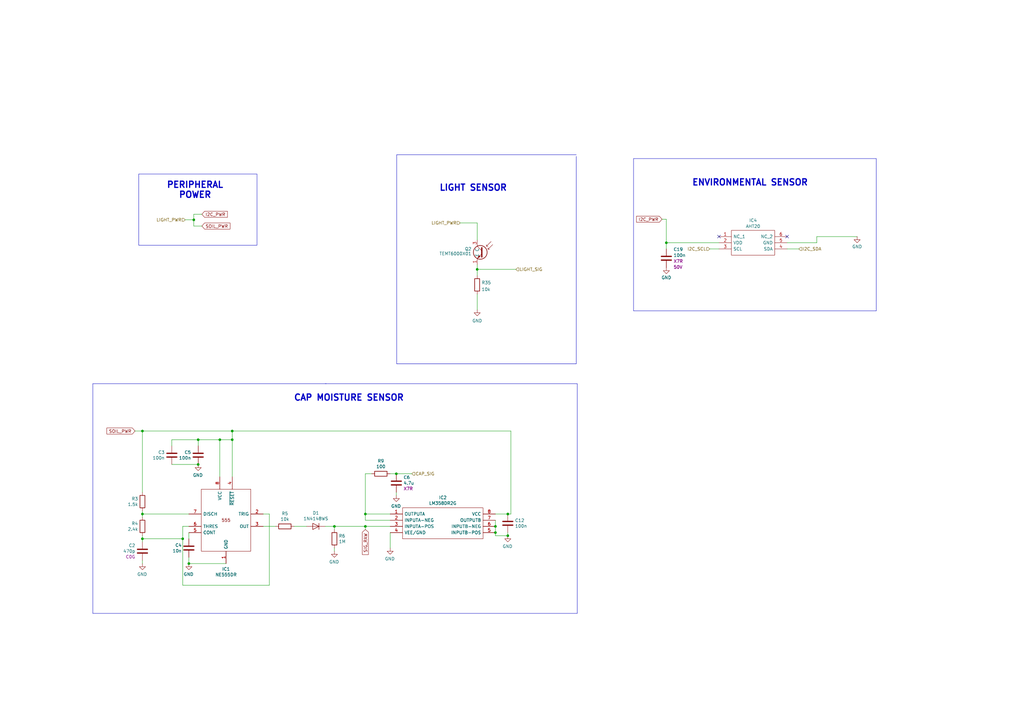
<source format=kicad_sch>
(kicad_sch (version 20231120) (generator "eeschema") (generator_version "8.0")
  (paper "A3")
  (title_block (title "Plant Bot") (date "2025-04-27") (rev "G"))
  (lib_symbols
    (symbol "100n_1" (pin_numbers hide) (pin_names (offset 0.254))
      (property "Reference" "C" (at 3.175 3.175 0))
      (property "Value" "100n" (at 3.175 1.27 0))
      (property "Type" "X7R" (at 5.08 -3.175 0))
      (property "Voltage" "50V" (at 5.08 -1.27 0))
      (symbol "100n_1_0_1"
        (polyline (pts (xy -2.032 -0.762) (xy 2.032 -0.762)) (stroke (width 0.508)))
        (polyline (pts (xy -2.032 0.762) (xy 2.032 0.762)) (stroke (width 0.508)))
      )
      (symbol "100n_1_1_1"
        (pin passive line (at 0 3.81 270) (length 2.794) (name "~") (number "1"))
        (pin passive line (at 0 -3.81 90) (length 2.794) (name "~") (number "2"))
      )
    )
    (symbol "Capacitor_JLC:100n" (pin_numbers hide) (pin_names (offset 0.254))
      (property "Reference" "C" (at 0.635 2.54 0))
      (property "Value" "100n" (at 0.635 -2.54 0))
      (symbol "100n_0_1"
        (polyline (pts (xy -2.032 -0.762) (xy 2.032 -0.762)) (stroke (width 0.508)))
        (polyline (pts (xy -2.032 0.762) (xy 2.032 0.762)) (stroke (width 0.508)))
      )
      (symbol "100n_1_1"
        (pin passive line (at 0 3.81 270) (length 2.794) (name "~") (number "1"))
        (pin passive line (at 0 -3.81 90) (length 2.794) (name "~") (number "2"))
      )
    )
    (symbol "Capacitor_JLC:10n" (pin_numbers hide) (pin_names (offset 0.254))
      (property "Reference" "C" (at 0.635 2.54 0))
      (property "Value" "10n" (at 0.635 -2.54 0))
      (symbol "10n_0_1"
        (polyline (pts (xy -2.032 -0.762) (xy 2.032 -0.762)) (stroke (width 0.508)))
        (polyline (pts (xy -2.032 0.762) (xy 2.032 0.762)) (stroke (width 0.508)))
      )
      (symbol "10n_1_1"
        (pin passive line (at 0 3.81 270) (length 2.794) (name "~") (number "1"))
        (pin passive line (at 0 -3.81 90) (length 2.794) (name "~") (number "2"))
      )
    )
    (symbol "Capacitor_JLC:4.7u" (pin_numbers hide) (pin_names (offset 0.254))
      (property "Reference" "C" (at 0.635 2.54 0))
      (property "Value" "4.7u" (at 0.635 -2.54 0))
      (property "Type" "X7R" (at 0 0 0))
      (symbol "4.7u_0_1"
        (polyline (pts (xy -2.032 -0.762) (xy 2.032 -0.762)) (stroke (width 0.508)))
        (polyline (pts (xy -2.032 0.762) (xy 2.032 0.762)) (stroke (width 0.508)))
      )
      (symbol "4.7u_1_1"
        (pin passive line (at 0 3.81 270) (length 2.794) (name "~") (number "1"))
        (pin passive line (at 0 -3.81 90) (length 2.794) (name "~") (number "2"))
      )
    )
    (symbol "Capacitor_JLC:470p" (pin_numbers hide) (pin_names (offset 0.254))
      (property "Reference" "C" (at 0.635 2.54 0))
      (property "Value" "470p" (at 0.635 -2.54 0))
      (property "Type" "C0G" (at 0 0 0))
      (symbol "470p_0_1"
        (polyline (pts (xy -2.032 -0.762) (xy 2.032 -0.762)) (stroke (width 0.508)))
        (polyline (pts (xy -2.032 0.762) (xy 2.032 0.762)) (stroke (width 0.508)))
      )
      (symbol "470p_1_1"
        (pin passive line (at 0 3.81 270) (length 2.794) (name "~") (number "1"))
        (pin passive line (at 0 -3.81 90) (length 2.794) (name "~") (number "2"))
      )
    )
    (symbol "Diode_JLC:1N4148WS" (pin_numbers hide) (pin_names (offset 1.016) hide)
      (property "Reference" "D" (at 0 2.54 0))
      (property "Value" "1N4148WS" (at 0 -2.54 0))
      (symbol "1N4148WS_0_1"
        (polyline (pts (xy -1.27 1.27) (xy -1.27 -1.27)) (stroke (width 0.2032)))
        (polyline (pts (xy 1.27 0) (xy -1.27 0)))
        (polyline (pts (xy 1.27 1.27) (xy 1.27 -1.27) (xy -1.27 0) (xy 1.27 1.27)) (stroke (width 0.2032)))
      )
      (symbol "1N4148WS_1_1"
        (pin passive line (at -3.81 0 0) (length 2.54) (name "K") (number "1"))
        (pin passive line (at 3.81 0 180) (length 2.54) (name "A") (number "2"))
      )
    )
    (symbol "GND_1" (power) (pin_numbers hide) (pin_names (offset 0) hide)
      (property "Value" "GND" (at 0 -3.81 0))
      (symbol "GND_1_0_1"
        (polyline (pts (xy 0 0) (xy 0 -1.27) (xy 1.27 -1.27) (xy 0 -2.54) (xy -1.27 -1.27) (xy 0 -1.27)))
      )
      (symbol "GND_1_1_1"
        (pin power_in line (at 0 0 270) (length 0) (name "~") (number "1"))
      )
    )
    (symbol "GND_2" (power) (pin_numbers hide) (pin_names (offset 0) hide)
      (property "Value" "GND" (at 0 -3.81 0))
      (symbol "GND_2_0_1"
        (polyline (pts (xy 0 0) (xy 0 -1.27) (xy 1.27 -1.27) (xy 0 -2.54) (xy -1.27 -1.27) (xy 0 -1.27)))
      )
      (symbol "GND_2_1_1"
        (pin power_in line (at 0 0 270) (length 0) (name "~") (number "1"))
      )
    )
    (symbol "Misc_JLC:NE555DR" (pin_names (offset 0.762))
      (property "Reference" "IC" (at 25.4 17.78 0))
      (property "Value" "NE555DR" (at 25.4 15.24 0))
      (symbol "NE555DR_0_0"
        (pin power_in line (at 15.24 -20.32 90) (length 5.08) (name "GND") (number "1"))
        (pin input line (at 0 0 0) (length 5.08) (name "TRIG") (number "2"))
        (pin output line (at 0 -5.08 0) (length 5.08) (name "OUT") (number "3"))
        (pin input line (at 12.7 15.24 270) (length 5.08) (name "~{RESET}") (number "4"))
        (pin bidirectional line (at 30.48 -7.62 180) (length 5.08) (name "CONT") (number "5"))
        (pin input line (at 30.48 -5.08 180) (length 5.08) (name "THRES") (number "6"))
        (pin output line (at 30.48 0 180) (length 5.08) (name "DISCH") (number "7"))
        (pin power_in line (at 17.78 15.24 270) (length 5.08) (name "VCC") (number "8"))
      )
      (symbol "NE555DR_0_1"
        (polyline (pts (xy 5.08 10.16) (xy 25.4 10.16) (xy 25.4 -15.24) (xy 5.08 -15.24) (xy 5.08 10.16)) (stroke (width 0.1524)))
        (text "555" (at 15.24 -2.54 0) (effects (font (size 1.27 1.27))))
      )
    )
    (symbol "Power-Drivers_JLC:LM358DR2G" (pin_names (offset 0.762))
      (property "Reference" "IC" (at 39.37 7.62 0))
      (property "Value" "LM358DR2G" (at 39.37 5.08 0))
      (symbol "LM358DR2G_0_0"
        (pin output line (at 0 0 0) (length 5.08) (name "OUTPUTA") (number "1"))
        (pin input line (at 0 -2.54 0) (length 5.08) (name "INPUTA-NEG") (number "2"))
        (pin input line (at 0 -5.08 0) (length 5.08) (name "INPUTA-POS") (number "3"))
        (pin power_in line (at 0 -7.62 0) (length 5.08) (name "VEE/GND") (number "4"))
        (pin input line (at 43.18 -7.62 180) (length 5.08) (name "INPUTB-POS") (number "5"))
        (pin input line (at 43.18 -5.08 180) (length 5.08) (name "INPUTB-NEG") (number "6"))
        (pin output line (at 43.18 -2.54 180) (length 5.08) (name "OUTPUTB") (number "7"))
        (pin power_in line (at 43.18 0 180) (length 5.08) (name "VCC") (number "8"))
      )
      (symbol "LM358DR2G_0_1"
        (polyline (pts (xy 5.08 2.54) (xy 38.1 2.54) (xy 38.1 -10.16) (xy 5.08 -10.16) (xy 5.08 2.54)) (stroke (width 0.1524)))
      )
    )
    (symbol "Resistor_JLC:1.5k" (pin_numbers hide) (pin_names (offset 0))
      (property "Reference" "R" (at 2.032 0 90))
      (property "Value" "1.5k" (at 0 0 90))
      (symbol "1.5k_0_1"
        (rectangle (start -1.016 -2.54) (end 1.016 2.54) (stroke (width 0.254)))
      )
      (symbol "1.5k_1_1"
        (pin passive line (at 0 3.81 270) (length 1.27) (name "~") (number "1"))
        (pin passive line (at 0 -3.81 90) (length 1.27) (name "~") (number "2"))
      )
    )
    (symbol "Resistor_JLC:100" (pin_numbers hide) (pin_names (offset 0))
      (property "Reference" "R" (at 2.032 0 90))
      (property "Value" "100" (at 0 0 90))
      (symbol "100_0_1"
        (rectangle (start -1.016 -2.54) (end 1.016 2.54) (stroke (width 0.254)))
      )
      (symbol "100_1_1"
        (pin passive line (at 0 3.81 270) (length 1.27) (name "~") (number "1"))
        (pin passive line (at 0 -3.81 90) (length 1.27) (name "~") (number "2"))
      )
    )
    (symbol "Resistor_JLC:10k" (pin_numbers hide) (pin_names (offset 0))
      (property "Reference" "R" (at 2.032 0 90))
      (property "Value" "10k" (at 0 0 90))
      (symbol "10k_0_1"
        (rectangle (start -1.016 -2.54) (end 1.016 2.54) (stroke (width 0.254)))
      )
      (symbol "10k_1_1"
        (pin passive line (at 0 3.81 270) (length 1.27) (name "~") (number "1"))
        (pin passive line (at 0 -3.81 90) (length 1.27) (name "~") (number "2"))
      )
    )
    (symbol "Resistor_JLC:1M" (pin_numbers hide) (pin_names (offset 0))
      (property "Reference" "R" (at 2.032 0 90))
      (property "Value" "1M" (at 0 0 90))
      (symbol "1M_0_1"
        (rectangle (start -1.016 -2.54) (end 1.016 2.54) (stroke (width 0.254)))
      )
      (symbol "1M_1_1"
        (pin passive line (at 0 3.81 270) (length 1.27) (name "~") (number "1"))
        (pin passive line (at 0 -3.81 90) (length 1.27) (name "~") (number "2"))
      )
    )
    (symbol "Resistor_JLC:2.4k" (pin_numbers hide) (pin_names (offset 0))
      (property "Reference" "R" (at 2.032 0 90))
      (property "Value" "2.4k" (at 0 0 90))
      (symbol "2.4k_0_1"
        (rectangle (start -1.016 -2.54) (end 1.016 2.54) (stroke (width 0.254)))
      )
      (symbol "2.4k_1_1"
        (pin passive line (at 0 3.81 270) (length 1.27) (name "~") (number "1"))
        (pin passive line (at 0 -3.81 90) (length 1.27) (name "~") (number "2"))
      )
    )
    (symbol "Sensors_JLC:AHT20" (pin_names (offset 0.762))
      (property "Reference" "IC" (at 24.13 7.62 0))
      (property "Value" "AHT20" (at 24.13 5.08 0))
      (symbol "AHT20_0_0"
        (pin passive line (at 0 0 0) (length 5.08) (name "NC_1") (number "1"))
        (pin passive line (at 0 -2.54 0) (length 5.08) (name "VDD") (number "2"))
        (pin passive line (at 0 -5.08 0) (length 5.08) (name "SCL") (number "3"))
        (pin passive line (at 27.94 -5.08 180) (length 5.08) (name "SDA") (number "4"))
        (pin passive line (at 27.94 -2.54 180) (length 5.08) (name "GND") (number "5"))
        (pin passive line (at 27.94 0 180) (length 5.08) (name "NC_2") (number "6"))
      )
      (symbol "AHT20_0_1"
        (polyline (pts (xy 5.08 2.54) (xy 22.86 2.54) (xy 22.86 -7.62) (xy 5.08 -7.62) (xy 5.08 2.54)) (stroke (width 0.1524)))
      )
    )
    (symbol "Transistor_JLC:TEMT6000X01" (pin_names (offset 0.762))
      (property "Reference" "Q" (at 10.16 33.655 0))
      (property "Value" "TEMT6000X01" (at 10.16 31.115 0))
      (symbol "TEMT6000X01_0_1"
        (circle (center -1.27 5.08) (radius 2.8194) (stroke (width 0.254)))
        (polyline (pts (xy -4.445 6.35) (xy -5.08 6.35)))
        (polyline (pts (xy -3.81 7.62) (xy -4.445 7.62)))
        (polyline (pts (xy -1.905 5.715) (xy 0 7.62)))
        (polyline (pts (xy -6.35 8.255) (xy -4.445 6.35) (xy -4.445 6.985)))
        (polyline (pts (xy -5.715 9.525) (xy -3.81 7.62) (xy -3.81 8.255)))
        (polyline (pts (xy -1.905 4.445) (xy 0 2.54) (xy 0 2.54)))
        (polyline (pts (xy -1.905 6.985) (xy -1.905 3.175) (xy -1.905 3.175)) (stroke (width 0.508)))
        (polyline (pts (xy -1.27 3.302) (xy -0.762 3.81) (xy -0.254 2.794) (xy -1.27 3.302) (xy -1.27 3.302)) (fill (type outline)))
      )
      (symbol "TEMT6000X01_1_1"
        (pin passive line (at 0 0 90) (length 2.54) (name "E") (number "1"))
        (pin passive line (at 0 0 90) (length 2.54) hide (name "E") (number "2"))
        (pin passive line (at 0 10.16 270) (length 2.54) (name "C") (number "3"))
      )
    )
    (symbol "power:GND" (power) (pin_names (offset 0))
      (property "Value" "GND" (at 0 -3.81 0))
      (symbol "GND_0_1"
        (polyline (pts (xy 0 0) (xy 0 -1.27) (xy 1.27 -1.27) (xy 0 -2.54) (xy -1.27 -1.27) (xy 0 -1.27)))
      )
      (symbol "GND_1_1"
        (pin power_in line (at 0 0 270) (length 0) hide (name "GND") (number "1"))
      )
    )
  )
  (junction (at 58.42 176.784))
  (junction (at 95.25 180.34))
  (junction (at 162.56 194.31))
  (junction (at 77.47 231.14))
  (junction (at 58.42 220.98))
  (junction (at 58.42 210.82))
  (junction (at 81.28 180.34))
  (junction (at 203.2 215.9))
  (junction (at 81.28 190.5))
  (junction (at 208.28 210.82))
  (junction (at 149.86 210.82))
  (junction (at 208.28 219.71))
  (junction (at 74.93 220.98))
  (junction (at 79.502 90.17))
  (junction (at 90.17 180.34))
  (junction (at 203.2 218.44))
  (junction (at 137.16 215.9))
  (junction (at 149.86 215.9))
  (junction (at 95.25 176.784))
  (junction (at 195.707 110.49))
  (junction (at 273.304 99.568))
  (no_connect (at 322.834 97.028))
  (no_connect (at 294.894 97.028))
  (wire (pts (xy 95.25 180.34) (xy 95.25 195.58)))
  (wire (pts (xy 92.71 231.14) (xy 77.47 231.14)))
  (wire (pts (xy 162.56 201.93) (xy 162.56 203.2)))
  (wire (pts (xy 137.16 215.9) (xy 133.35 215.9)))
  (wire (pts (xy 137.16 215.9) (xy 149.86 215.9)))
  (wire (pts (xy 79.502 87.884) (xy 82.804 87.884)))
  (wire (pts (xy 95.25 176.784) (xy 95.25 180.34)))
  (wire (pts (xy 120.65 215.9) (xy 125.73 215.9)))
  (wire (pts (xy 74.93 220.98) (xy 74.93 240.03)))
  (wire (pts (xy 203.2 213.36) (xy 203.2 215.9)))
  (wire (pts (xy 77.47 210.82) (xy 58.42 210.82)))
  (wire (pts (xy 149.86 215.9) (xy 160.02 215.9)))
  (wire (pts (xy 195.707 108.585) (xy 195.707 110.49)))
  (wire (pts (xy 291.084 102.108) (xy 294.894 102.108)))
  (wire (pts (xy 75.946 90.17) (xy 79.502 90.17)))
  (wire (pts (xy 273.304 89.916) (xy 273.304 99.568)))
  (wire (pts (xy 58.42 229.87) (xy 58.42 231.14)))
  (wire (pts (xy 149.86 194.31) (xy 152.4 194.31)))
  (wire (pts (xy 82.804 92.71) (xy 79.502 92.71)))
  (wire (pts (xy 70.485 180.34) (xy 81.28 180.34)))
  (wire (pts (xy 195.707 120.65) (xy 195.707 127)))
  (polyline (pts (xy 133.35 157.353) (xy 236.728 157.353)))
  (wire (pts (xy 70.485 190.5) (xy 81.28 190.5)))
  (wire (pts (xy 273.304 99.568) (xy 273.304 102.108)))
  (polyline (pts (xy 162.687 63.5) (xy 236.347 63.5)))
  (wire (pts (xy 58.42 220.98) (xy 58.42 222.25)))
  (wire (pts (xy 294.894 99.568) (xy 273.304 99.568)))
  (wire (pts (xy 335.026 97.028) (xy 351.536 97.028)))
  (wire (pts (xy 90.17 195.58) (xy 90.17 180.34)))
  (wire (pts (xy 58.42 209.55) (xy 58.42 210.82)))
  (wire (pts (xy 58.42 210.82) (xy 58.42 212.09)))
  (wire (pts (xy 107.95 210.82) (xy 110.49 210.82)))
  (wire (pts (xy 203.2 218.44) (xy 203.2 219.71)))
  (wire (pts (xy 203.2 210.82) (xy 208.28 210.82)))
  (polyline (pts (xy 236.728 251.587) (xy 38.1 251.587)))
  (wire (pts (xy 95.25 176.784) (xy 209.55 176.784)))
  (polyline (pts (xy 236.347 64.135) (xy 236.347 149.225)))
  (polyline (pts (xy 236.728 157.353) (xy 236.728 251.587)))
  (wire (pts (xy 149.86 210.82) (xy 160.02 210.82)))
  (polyline (pts (xy 38.1 157.353) (xy 133.858 157.353)))
  (wire (pts (xy 77.47 218.44) (xy 77.47 220.98)))
  (wire (pts (xy 322.834 99.568) (xy 335.026 99.568)))
  (wire (pts (xy 70.485 180.34) (xy 70.485 182.88)))
  (wire (pts (xy 149.86 215.9) (xy 149.86 217.17)))
  (polyline (pts (xy 38.1 251.587) (xy 38.1 157.353)))
  (wire (pts (xy 137.16 215.9) (xy 137.16 217.17)))
  (wire (pts (xy 195.707 91.44) (xy 195.707 98.425)))
  (polyline (pts (xy 162.687 149.225) (xy 162.687 63.5)))
  (wire (pts (xy 79.502 90.17) (xy 79.502 87.884)))
  (wire (pts (xy 79.502 92.71) (xy 79.502 90.17)))
  (wire (pts (xy 203.2 219.71) (xy 208.28 219.71)))
  (wire (pts (xy 137.16 226.06) (xy 137.16 224.79)))
  (wire (pts (xy 74.93 215.9) (xy 74.93 220.98)))
  (wire (pts (xy 208.28 218.44) (xy 208.28 219.71)))
  (wire (pts (xy 322.834 102.108) (xy 327.66 102.108)))
  (wire (pts (xy 188.722 91.44) (xy 195.707 91.44)))
  (wire (pts (xy 58.42 176.784) (xy 58.42 201.93)))
  (wire (pts (xy 74.93 215.9) (xy 77.47 215.9)))
  (wire (pts (xy 77.47 231.14) (xy 77.47 228.6)))
  (wire (pts (xy 110.49 240.03) (xy 74.93 240.03)))
  (polyline (pts (xy 236.347 149.225) (xy 162.687 149.225)))
  (wire (pts (xy 110.49 210.82) (xy 110.49 240.03)))
  (wire (pts (xy 195.707 110.49) (xy 211.582 110.49)))
  (wire (pts (xy 162.56 194.31) (xy 168.91 194.31)))
  (wire (pts (xy 335.026 99.568) (xy 335.026 97.028)))
  (wire (pts (xy 271.526 89.916) (xy 273.304 89.916)))
  (wire (pts (xy 149.86 213.36) (xy 149.86 210.82)))
  (wire (pts (xy 81.28 180.34) (xy 81.28 182.88)))
  (wire (pts (xy 209.55 210.82) (xy 209.55 176.784)))
  (wire (pts (xy 149.86 194.31) (xy 149.86 210.82)))
  (wire (pts (xy 58.42 176.784) (xy 95.25 176.784)))
  (wire (pts (xy 90.17 180.34) (xy 95.25 180.34)))
  (wire (pts (xy 160.02 194.31) (xy 162.56 194.31)))
  (wire (pts (xy 160.02 218.44) (xy 160.02 224.79)))
  (wire (pts (xy 58.42 220.98) (xy 74.93 220.98)))
  (wire (pts (xy 58.42 219.71) (xy 58.42 220.98)))
  (wire (pts (xy 81.28 180.34) (xy 90.17 180.34)))
  (wire (pts (xy 149.86 213.36) (xy 160.02 213.36)))
  (wire (pts (xy 195.707 110.49) (xy 195.707 113.03)))
  (wire (pts (xy 55.372 176.784) (xy 58.42 176.784)))
  (wire (pts (xy 107.95 215.9) (xy 113.03 215.9)))
  (wire (pts (xy 203.2 215.9) (xy 203.2 218.44)))
  (wire (pts (xy 208.28 210.82) (xy 209.55 210.82)))
  (rectangle (start 56.896 71.374) (end 105.41 100.584))
  (rectangle (start 259.842 65.024) (end 359.41 127.508))
  (text "ENVIRONMENTAL SENSOR" (at 283.718 76.454 0) (effects (font (size 2.54 2.54) (thickness 0.508) (bold yes)) (justify left bottom)))
  (text "CAP MOISTURE SENSOR" (at 120.396 164.719 0) (effects (font (size 2.54 2.54) (thickness 0.508) (bold yes)) (justify left bottom)))
  (text "PERIPHERAL\nPOWER" (at 80.01 81.534 0) (effects (font (size 2.54 2.54) (thickness 0.508) (bold yes)) (justify bottom)))
  (text "LIGHT SENSOR" (at 180.0971 78.6112 0) (effects (font (size 2.54 2.54) (thickness 0.508) (bold yes)) (justify left bottom)))
  (global_label "SIG_RAW" (shape input) (at 149.86 217.17 270) (property "Intersheetrefs" "${INTERSHEET_REFS}" (effects (hide yes))))
  (global_label "I2C_PWR" (shape input) (at 82.804 87.884 0) (property "Intersheetrefs" "${INTERSHEET_REFS}" (effects (hide yes))))
  (global_label "I2C_PWR" (shape input) (at 271.526 89.916 180) (property "Intersheetrefs" "${INTERSHEET_REFS}" (effects (hide yes))))
  (global_label "SOIL_PWR" (shape input) (at 55.372 176.784 180) (property "Intersheetrefs" "${INTERSHEET_REFS}" (effects (hide yes))))
  (global_label "SOIL_PWR" (shape input) (at 82.804 92.71 0) (property "Intersheetrefs" "${INTERSHEET_REFS}" (effects (hide yes))))
  (hierarchical_label "LIGHT_SIG" (shape input) (at 211.582 110.49 0))
  (hierarchical_label "LIGHT_PWR" (shape input) (at 188.722 91.44 180))
  (hierarchical_label "I2C_SDA" (shape input) (at 327.66 102.108 0))
  (hierarchical_label "LIGHT_PWR" (shape input) (at 75.946 90.17 180))
  (hierarchical_label "CAP_SIG" (shape input) (at 168.91 194.31 0))
  (hierarchical_label "I2C_SCL" (shape input) (at 291.084 102.108 180))
  (symbol (lib_id "power:GND") (at 137.16 226.06 0) (mirror y) (unit 1)
    (property "Reference" "#PWR032" (effects (hide yes)))
    (property "Value" "GND" (at 137.033 230.4542 0))
  )
  (symbol (lib_id "Resistor_JLC:1M") (at 137.16 220.98 0) (unit 1)
    (property "Reference" "R6" (at 138.938 219.8116 0) (effects (justify left)))
    (property "Value" "1M" (at 138.938 222.123 0) (effects (justify left)))
    (property "Footprint" "Resistor_SMD:R_0402_1005Metric" (effects (hide yes)))
    (property "LCSC" "C26083" (effects (hide yes)))
  )
  (symbol (lib_id "Resistor_JLC:10k") (at 195.707 116.84 0) (unit 1)
    (property "Reference" "R35" (at 197.485 115.9315 0) (effects (justify left)))
    (property "Value" "10k" (at 197.485 118.7066 0) (effects (justify left)))
    (property "Footprint" "Resistor_SMD:R_0402_1005Metric" (effects (hide yes)))
    (property "LCSC" "C25744" (effects (hide yes)))
  )
  (symbol (lib_name "100n_1") (lib_id "Capacitor_JLC:100n") (at 273.304 105.918 0) (unit 1)
    (property "Reference" "C19" (at 276.225 102.2815 0) (effects (justify left)))
    (property "Value" "100n" (at 276.225 104.7058 0) (effects (justify left)))
    (property "Footprint" "Capacitor_SMD:C_0402_1005Metric" (effects (hide yes)))
    (property "Description" "Unpolarized capacitor" (effects (hide yes)))
    (property "Type" "X7R" (at 276.225 107.1301 0) (effects (justify left)))
    (property "LCSC" "C307331" (effects (hide yes)))
    (property "Voltage" "50V" (at 276.225 109.5544 0) (effects (justify left)))
  )
  (symbol (lib_id "Transistor_JLC:TEMT6000X01") (at 195.707 108.585 0) (mirror y) (unit 1)
    (property "Reference" "Q2" (at 193.3956 102.112 0) (effects (justify left)))
    (property "Value" "TEMT6000X01" (at 193.3956 104.033 0) (effects (justify left)))
    (property "Footprint" "TEMT6000X01" (effects (hide yes)))
    (property "Datasheet" "https://www.vishay.com/docs/81579/temt6000.pdf" (effects (hide yes)))
    (property "Description" "Ambient Light Sensor 570nm SMD3 Vishay TEMT6000X01 +/-60  Visible Light Phototransistor, Surface Mount 3-Pin 1206 package" (effects (hide yes)))
    (property "Manufacturer_Name" "Vishay" (effects (hide yes)))
    (property "Manufacturer_Part_Number" "TEMT6000X01" (effects (hide yes)))
    (property "Mouser Part Number" "78-TEMT6000" (effects (hide yes)))
    (property "Mouser Price/Stock" "https://www.mouser.co.uk/ProductDetail/Vishay-Semiconductors/TEMT6000X01?qs=%2Fjqivxn91ccZGXDwz0wGxg%3D%3D" (effects (hide yes)))
    (property "Arrow Part Number" "TEMT6000X01" (effects (hide yes)))
    (property "Arrow Price/Stock" "https://www.arrow.com/en/products/temt6000x01/vishay?region=nac" (effects (hide yes)))
    (property "LCSC" "C94098" (effects (hide yes)))
  )
  (symbol (lib_id "Diode_JLC:1N4148WS") (at 129.54 215.9 180) (unit 1)
    (property "Reference" "D1" (at 129.54 210.4136 0))
    (property "Value" "1N4148WS" (at 129.54 212.725 0))
    (property "Footprint" "Diode_SMD:D_SOD-323F" (effects (hide yes)))
    (property "LCSC" "C2128" (effects (hide yes)))
  )
  (symbol (lib_id "Resistor_JLC:100") (at 156.21 194.31 90) (unit 1)
    (property "Reference" "R9" (at 156.21 189.0522 90))
    (property "Value" "100" (at 156.21 191.3636 90))
    (property "Footprint" "Resistor_SMD:R_0402_1005Metric" (effects (hide yes)))
    (property "LCSC" "C25076" (effects (hide yes)))
  )
  (symbol (lib_id "Resistor_JLC:10k") (at 116.84 215.9 270) (unit 1)
    (property "Reference" "R5" (at 116.84 210.6422 90))
    (property "Value" "10k" (at 116.84 212.9536 90))
    (property "Footprint" "Resistor_SMD:R_0402_1005Metric" (effects (hide yes)))
    (property "LCSC" "C25744" (effects (hide yes)))
  )
  (symbol (lib_id "Misc_JLC:NE555DR") (at 107.95 210.82 0) (mirror y) (unit 1)
    (property "Reference" "IC1" (at 92.71 233.4006 0))
    (property "Value" "NE555DR" (at 92.71 235.712 0))
    (property "Footprint" "SOIC127P600X175-8N" (effects (hide yes)))
    (property "Datasheet" "http://www.ti.com/lit/ds/symlink/ne555.pdf" (effects (hide yes)))
    (property "Description" "Single Precision Timer" (effects (hide yes)))
    (property "Height" "1.75" (effects (hide yes)))
    (property "Manufacturer_Name" "Texas Instruments" (effects (hide yes)))
    (property "Manufacturer_Part_Number" "NE555DR" (effects (hide yes)))
    (property "Mouser Part Number" "595-NE555DR" (effects (hide yes)))
    (property "Mouser Price/Stock" "https://www.mouser.com/Search/Refine.aspx?Keyword=595-NE555DR" (effects (hide yes)))
    (property "RS Part Number" "1977392" (effects (hide yes)))
    (property "RS Price/Stock" "http://uk.rs-online.com/web/p/products/1977392" (effects (hide yes)))
    (property "LCSC" "C7593" (effects (hide yes)))
  )
  (symbol (lib_id "Capacitor_JLC:470p") (at 58.42 226.06 0) (mirror y) (unit 1)
    (property "Reference" "C2" (at 55.499 223.7486 0) (effects (justify left)))
    (property "Value" "470p" (at 55.499 226.06 0) (effects (justify left)))
    (property "Footprint" "Capacitor_SMD:C_0603_1608Metric" (effects (hide yes)))
    (property "Type" "C0G" (at 55.499 228.3714 0) (effects (justify left)))
    (property "LCSC" "C1620 " (effects (hide yes)))
    (property "Rating" "25V" (effects (hide yes)))
  )
  (symbol (lib_id "power:GND") (at 162.56 203.2 0) (mirror y) (unit 1)
    (property "Reference" "#PWR034" (effects (hide yes)))
    (property "Value" "GND" (at 162.433 207.5942 0))
  )
  (symbol (lib_id "power:GND") (at 58.42 231.14 0) (mirror y) (unit 1)
    (property "Reference" "#PWR026" (effects (hide yes)))
    (property "Value" "GND" (at 58.293 235.5342 0))
  )
  (symbol (lib_id "power:GND") (at 77.47 231.14 0) (mirror y) (unit 1)
    (property "Reference" "#PWR029" (effects (hide yes)))
    (property "Value" "GND" (at 77.343 235.5342 0))
  )
  (symbol (lib_id "power:GND") (at 195.707 127 0) (unit 1)
    (property "Reference" "#PWR0151" (effects (hide yes)))
    (property "Value" "GND" (at 195.707 131.5625 0))
  )
  (symbol (lib_id "Resistor_JLC:2.4k") (at 58.42 215.9 0) (mirror y) (unit 1)
    (property "Reference" "R4" (at 56.642 214.7316 0) (effects (justify left)))
    (property "Value" "2.4k" (at 56.642 217.043 0) (effects (justify left)))
    (property "Footprint" "Resistor_SMD:R_0402_1005Metric" (effects (hide yes)))
    (property "LCSC" "C25882" (effects (hide yes)))
  )
  (symbol (lib_id "Capacitor_JLC:100n") (at 81.28 186.69 0) (mirror y) (unit 1)
    (property "Reference" "C5" (at 78.359 185.5216 0) (effects (justify left)))
    (property "Value" "100n" (at 78.359 187.833 0) (effects (justify left)))
    (property "Footprint" "Capacitor_SMD:C_0402_1005Metric" (effects (hide yes)))
    (property "Type" "X7R" (effects (hide yes)))
    (property "LCSC" "C307331" (effects (hide yes)))
  )
  (symbol (lib_id "power:GND") (at 81.28 190.5 0) (mirror y) (unit 1)
    (property "Reference" "#PWR030" (effects (hide yes)))
    (property "Value" "GND" (at 81.153 194.8942 0))
  )
  (symbol (lib_id "Capacitor_JLC:100n") (at 70.485 186.69 0) (mirror y) (unit 1)
    (property "Reference" "C3" (at 67.564 185.5216 0) (effects (justify left)))
    (property "Value" "100n" (at 67.564 187.833 0) (effects (justify left)))
    (property "Footprint" "Capacitor_SMD:C_0402_1005Metric" (effects (hide yes)))
    (property "Type" "X7R" (effects (hide yes)))
    (property "LCSC" "C307331" (effects (hide yes)))
  )
  (symbol (lib_id "Power-Drivers_JLC:LM358DR2G") (at 160.02 210.82 0) (unit 1)
    (property "Reference" "IC2" (at 181.61 204.089 0))
    (property "Value" "LM358DR2G" (at 181.61 206.4004 0))
    (property "Footprint" "SOIC127P600X175-8N" (effects (hide yes)))
    (property "Datasheet" "http://www.onsemi.com/pub/Collateral/LM358-D.PDF" (effects (hide yes)))
    (property "Description" "LM358DR2G, Dual Operational Amplifier 5 to 28V, 8-Pin SOIC" (effects (hide yes)))
    (property "Height" "1.75" (effects (hide yes)))
    (property "Mouser Part Number" "863-LM358DR2G" (effects (hide yes)))
    (property "Mouser Price/Stock" "https://www.mouser.co.uk/ProductDetail/ON-Semiconductor/LM358DR2G?qs=2OtswVQKCOFTvDtJvQ3XHw%3D%3D" (effects (hide yes)))
    (property "Manufacturer_Name" "ON Semiconductor" (effects (hide yes)))
    (property "Manufacturer_Part_Number" "LM358DR2G" (effects (hide yes)))
    (property "LCSC" "C7950" (effects (hide yes)))
  )
  (symbol (lib_id "Capacitor_JLC:4.7u") (at 162.56 198.12 0) (unit 1)
    (property "Reference" "C6" (at 165.481 195.8086 0) (effects (justify left)))
    (property "Value" "4.7u" (at 165.481 198.12 0) (effects (justify left)))
    (property "Footprint" "Capacitor_SMD:C_1206_3216Metric" (effects (hide yes)))
    (property "Type" "X7R" (at 165.481 200.4314 0) (effects (justify left)))
    (property "LCSC" "C29823" (effects (hide yes)))
    (property "Rating" "50V" (effects (hide yes)))
  )
  (symbol (lib_id "Sensors_JLC:AHT20") (at 294.894 97.028 0) (unit 1)
    (property "Reference" "IC4" (at 308.864 90.3943 0))
    (property "Value" "AHT20" (at 308.864 92.8186 0))
    (property "Footprint" "AHT20" (effects (hide yes)))
    (property "Datasheet" "https://cdn-learn.adafruit.com/assets/assets/000/091/676/original/AHT20-datasheet-2020-4-16.pdf?1591047915" (effects (hide yes)))
    (property "Description" "Adafruit AHT20 - Temperature & Humidity Sensor Breakout Board - STEMMA QT / Qwiic" (effects (hide yes)))
    (property "Height" "1.1" (effects (hide yes)))
    (property "Manufacturer_Name" "Adafruit" (effects (hide yes)))
    (property "Manufacturer_Part_Number" "AHT20" (effects (hide yes)))
    (property "LCSC" "C2757850" (effects (hide yes)))
  )
  (symbol (lib_id "power:GND") (at 160.02 224.79 0) (mirror y) (unit 1)
    (property "Reference" "#PWR033" (effects (hide yes)))
    (property "Value" "GND" (at 159.893 229.1842 0))
  )
  (symbol (lib_id "Capacitor_JLC:10n") (at 77.47 224.79 0) (mirror y) (unit 1)
    (property "Reference" "C4" (at 74.549 223.6216 0) (effects (justify left)))
    (property "Value" "10n" (at 74.549 225.933 0) (effects (justify left)))
    (property "Footprint" "Capacitor_SMD:C_0402_1005Metric" (effects (hide yes)))
    (property "Type" "X7R" (effects (hide yes)))
    (property "LCSC" "C15195" (effects (hide yes)))
  )
  (symbol (lib_id "power:GND") (at 208.28 219.71 0) (mirror y) (unit 1)
    (property "Reference" "#PWR035" (effects (hide yes)))
    (property "Value" "GND" (at 208.153 224.1042 0))
  )
  (symbol (lib_id "Capacitor_JLC:100n") (at 208.28 214.63 0) (unit 1)
    (property "Reference" "C12" (at 211.201 213.4616 0) (effects (justify left)))
    (property "Value" "100n" (at 211.201 215.773 0) (effects (justify left)))
    (property "Footprint" "Capacitor_SMD:C_0402_1005Metric" (effects (hide yes)))
    (property "Type" "X7R" (effects (hide yes)))
    (property "LCSC" "C307331" (effects (hide yes)))
  )
  (symbol (lib_name "GND_1") (lib_id "power:GND") (at 351.536 97.028 0) (unit 1)
    (property "Reference" "#PWR028" (effects (hide yes)))
    (property "Value" "GND" (at 351.536 101.1611 0))
    (property "Description" "Power symbol creates a global label with name \"GND\" , ground" (effects (hide yes)))
  )
  (symbol (lib_name "GND_2") (lib_id "power:GND") (at 273.304 109.728 0) (unit 1)
    (property "Reference" "#PWR021" (effects (hide yes)))
    (property "Value" "GND" (at 273.304 113.8611 0))
    (property "Description" "Power symbol creates a global label with name \"GND\" , ground" (effects (hide yes)))
  )
  (symbol (lib_id "Resistor_JLC:1.5k") (at 58.42 205.74 0) (mirror y) (unit 1)
    (property "Reference" "R3" (at 56.642 204.5716 0) (effects (justify left)))
    (property "Value" "1.5k" (at 56.642 206.883 0) (effects (justify left)))
    (property "Footprint" "Resistor_SMD:R_0402_1005Metric" (effects (hide yes)))
    (property "LCSC" "C25867" (effects (hide yes)))
  )
)
</source>
